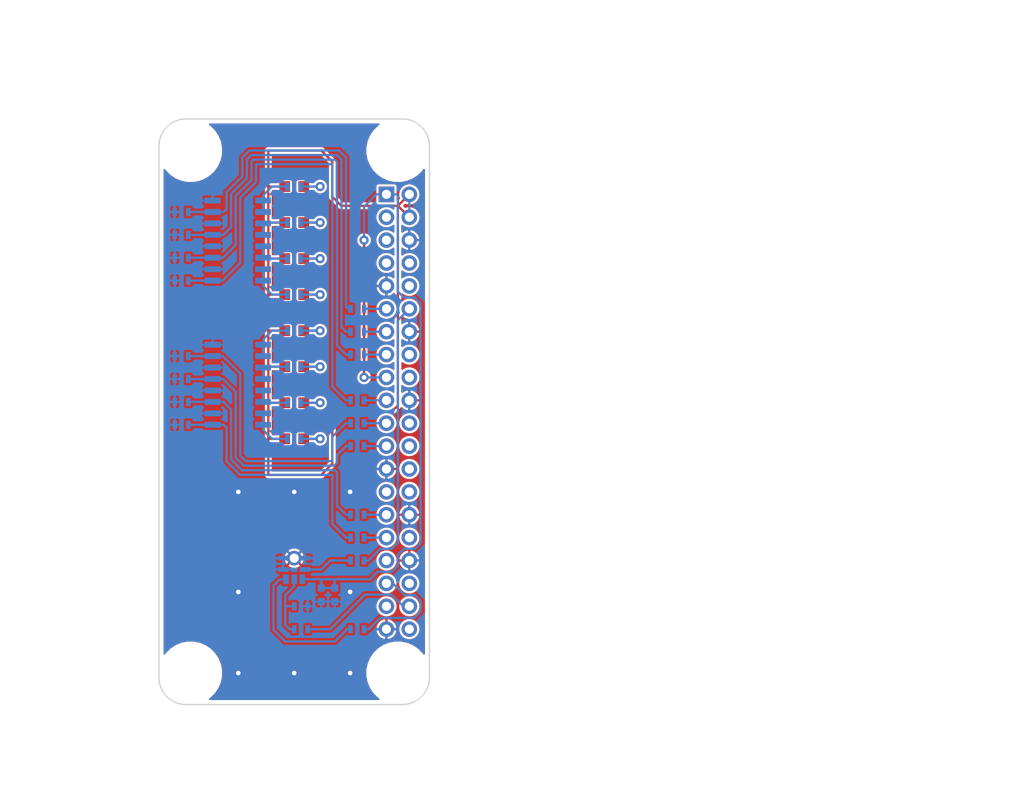
<source format=kicad_pcb>
(kicad_pcb (version 20170123) (host pcbnew "(2017-03-19 revision 2637835)-master")
  (title_block (title "RTEP Audio Spectrum Analyser") (date 2017-03-30) (rev 1.0.0) (company "Team 13") (comment 1 "Real Time Embedded Programming") (comment 2 "University of Glasgow"))
  (layers (0 F.Cu signal) (31 B.Cu signal) (34 B.Paste user) (35 F.Paste user) (36 B.SilkS user) (37 F.SilkS user) (38 B.Mask user) (39 F.Mask user) (44 Edge.Cuts user))
  (net 0 "")
  (net 1 +3V3)
  (net 2 GND)
  (net 3 "Net-(D1-PadC)")
  (net 4 +5V)
  (net 5 "Net-(D2-PadC)")
  (net 6 "Net-(D3-PadC)")
  (net 7 "Net-(D4-PadC)")
  (net 8 "Net-(D5-PadC)")
  (net 9 "Net-(D6-PadC)")
  (net 10 "Net-(D7-PadC)")
  (net 11 "Net-(D8-PadC)")
  (net 12 "Net-(MK1-PadDATA)")
  (net 13 /WS)
  (net 14 /BCLK)
  (net 15 "Net-(P1-Pad40)")
  (net 16 /DATA)
  (net 17 "Net-(P1-Pad37)")
  (net 18 "Net-(P1-Pad36)")
  (net 19 "Net-(P1-Pad35)")
  (net 20 "Net-(P1-Pad33)")
  (net 21 "Net-(P1-Pad32)")
  (net 22 /LED8)
  (net 23 /LED7)
  (net 24 "Net-(P1-Pad28)")
  (net 25 "Net-(P1-Pad27)")
  (net 26 "Net-(P1-Pad26)")
  (net 27 "Net-(P1-Pad24)")
  (net 28 /LED6)
  (net 29 "Net-(P1-Pad22)")
  (net 30 /LED5)
  (net 31 /LED4)
  (net 32 "Net-(P1-Pad18)")
  (net 33 "Net-(P1-Pad16)")
  (net 34 /LED3)
  (net 35 /LED2)
  (net 36 "Net-(P1-Pad12)")
  (net 37 /LED1)
  (net 38 "Net-(P1-Pad10)")
  (net 39 "Net-(P1-Pad08)")
  (net 40 "Net-(P1-Pad07)")
  (net 41 "Net-(P1-Pad05)")
  (net 42 "Net-(P1-Pad03)")
  (net 43 "Net-(Q1-PadAB)")
  (net 44 "Net-(Q1-PadBB)")
  (net 45 "Net-(Q1-PadCB)")
  (net 46 "Net-(Q1-PadDB)")
  (net 47 "Net-(Q1-PadDC1)")
  (net 48 "Net-(Q1-PadCC1)")
  (net 49 "Net-(Q1-PadBC1)")
  (net 50 "Net-(Q1-PadAC1)")
  (net 51 "Net-(Q2-PadAC1)")
  (net 52 "Net-(Q2-PadBC1)")
  (net 53 "Net-(Q2-PadCC1)")
  (net 54 "Net-(Q2-PadDC1)")
  (net 55 "Net-(Q2-PadDB)")
  (net 56 "Net-(Q2-PadCB)")
  (net 57 "Net-(Q2-PadBB)")
  (net 58 "Net-(Q2-PadAB)")
  (module STITCH (layer F.Cu) (at 146 123.5)
    (fp_text reference STITCH hide)
    (fp_text value VAL** hide)
    (pad "" thru_hole circle (at -3.7 -9.61) (size 1.016 1.016) (drill 0.508) (layers *.Cu) (net 2 GND))
  )
  (module STITCH (layer F.Cu) (at 146.5 132)
    (fp_text reference STITCH hide)
    (fp_text value VAL** hide)
    (pad "" thru_hole circle (at -4.2 -7) (size 1.016 1.016) (drill 0.508) (layers *.Cu) (net 2 GND))
  )
  (module STITCH (layer F.Cu) (at 146.5 134)
    (fp_text reference STITCH hide)
    (fp_text value VAL** hide)
    (pad "" thru_hole circle (at -4.2 0) (size 1.016 1.016) (drill 0.508) (layers *.Cu) (net 2 GND))
  )
  (module STITCH (layer F.Cu) (at 148.5 123.5)
    (fp_text reference STITCH hide)
    (fp_text value VAL** hide)
    (pad "" thru_hole circle (at 0 -9.61) (size 1.016 1.016) (drill 0.508) (layers *.Cu) (net 2 GND))
  )
  (module STITCH (layer F.Cu) (at 154.7 123.5)
    (fp_text reference STITCH hide)
    (fp_text value VAL** hide)
    (pad "" thru_hole circle (at 0 -9.61) (size 1.016 1.016) (drill 0.508) (layers *.Cu) (net 2 GND))
  )
  (module STITCH (layer F.Cu) (at 150.5 134)
    (fp_text reference STITCH hide)
    (fp_text value VAL** hide)
    (pad "" thru_hole circle (at 4.2 0) (size 1.016 1.016) (drill 0.508) (layers *.Cu) (net 2 GND))
  )
  (module STITCH (layer F.Cu) (at 148.5 134)
    (fp_text reference STITCH hide)
    (fp_text value VAL** hide)
    (pad "" thru_hole circle (at 0 0) (size 1.016 1.016) (drill 0.508) (layers *.Cu) (net 2 GND))
  )
  (module STITCH (layer F.Cu) (at 154.7 125)
    (fp_text reference STITCH hide)
    (fp_text value VAL** hide)
    (pad "" thru_hole circle (at 0 0) (size 1.016 1.016) (drill 0.508) (layers *.Cu) (net 2 GND))
  )
  (module VIAMASK (layer F.Cu) (at 151.373 108)
    (fp_text reference VIAMASK hide)
    (fp_text value VAL** hide)
  )
  (module VIAMASK (layer F.Cu) (at 151.373 104)
    (fp_text reference VIAMASK hide)
    (fp_text value VAL** hide)
  )
  (module VIAMASK (layer F.Cu) (at 151.373 100)
    (fp_text reference VIAMASK hide)
    (fp_text value VAL** hide)
  )
  (module VIAMASK (layer F.Cu) (at 151.373 96)
    (fp_text reference VIAMASK hide)
    (fp_text value VAL** hide)
  )
  (module VIAMASK (layer F.Cu) (at 151.373 92)
    (fp_text reference VIAMASK hide)
    (fp_text value VAL** hide)
  )
  (module VIAMASK (layer F.Cu) (at 151.373 88)
    (fp_text reference VIAMASK hide)
    (fp_text value VAL** hide)
  )
  (module VIAMASK (layer F.Cu) (at 151.373 84)
    (fp_text reference VIAMASK hide)
    (fp_text value VAL** hide)
  )
  (module VIAMASK (layer F.Cu) (at 151.373 80)
    (fp_text reference VIAMASK hide)
    (fp_text value VAL** hide)
  )
  (module OSRAM:CHIPLED-0805 (layer F.Cu) (at 148.5 80)
    (fp_text reference D1)
    (fp_text value LH-R974-LP-1 hide)
    (pad C smd rect (at 1.05 0) (size 1.2 1.2) (layers F.Cu F.Paste F.Mask) (net 3 "Net-(D1-PadC)"))
    (pad A smd rect (at -1.05 0) (size 1.2 1.2) (layers F.Cu F.Paste F.Mask) (net 4 +5V))
  )
  (module OSRAM:CHIPLED-0805 (layer F.Cu) (at 148.5 84)
    (fp_text reference D2)
    (fp_text value LY-R976-PS-36 hide)
    (pad C smd rect (at 1.05 0) (size 1.2 1.2) (layers F.Cu F.Paste F.Mask) (net 5 "Net-(D2-PadC)"))
    (pad A smd rect (at -1.05 0) (size 1.2 1.2) (layers F.Cu F.Paste F.Mask) (net 4 +5V))
  )
  (module OSRAM:CHIPLED-0805 (layer F.Cu) (at 148.5 88)
    (fp_text reference D3)
    (fp_text value LY-R976-PS-36 hide)
    (pad C smd rect (at 1.05 0) (size 1.2 1.2) (layers F.Cu F.Paste F.Mask) (net 6 "Net-(D3-PadC)"))
    (pad A smd rect (at -1.05 0) (size 1.2 1.2) (layers F.Cu F.Paste F.Mask) (net 4 +5V))
  )
  (module OSRAM:CHIPLED-0805 (layer F.Cu) (at 148.5 92)
    (fp_text reference D4)
    (fp_text value LG-R971-KN-1 hide)
    (pad C smd rect (at 1.05 0) (size 1.2 1.2) (layers F.Cu F.Paste F.Mask) (net 7 "Net-(D4-PadC)"))
    (pad A smd rect (at -1.05 0) (size 1.2 1.2) (layers F.Cu F.Paste F.Mask) (net 4 +5V))
  )
  (module OSRAM:CHIPLED-0805 (layer F.Cu) (at 148.5 96)
    (fp_text reference D5)
    (fp_text value LG-R971-KN-1 hide)
    (pad C smd rect (at 1.05 0) (size 1.2 1.2) (layers F.Cu F.Paste F.Mask) (net 8 "Net-(D5-PadC)"))
    (pad A smd rect (at -1.05 0) (size 1.2 1.2) (layers F.Cu F.Paste F.Mask) (net 4 +5V))
  )
  (module OSRAM:CHIPLED-0805 (layer F.Cu) (at 148.5 100)
    (fp_text reference D6)
    (fp_text value LG-R971-KN-1 hide)
    (pad C smd rect (at 1.05 0) (size 1.2 1.2) (layers F.Cu F.Paste F.Mask) (net 9 "Net-(D6-PadC)"))
    (pad A smd rect (at -1.05 0) (size 1.2 1.2) (layers F.Cu F.Paste F.Mask) (net 4 +5V))
  )
  (module OSRAM:CHIPLED-0805 (layer F.Cu) (at 148.5 104)
    (fp_text reference D7)
    (fp_text value LG-R971-KN-1 hide)
    (pad C smd rect (at 1.05 0) (size 1.2 1.2) (layers F.Cu F.Paste F.Mask) (net 10 "Net-(D7-PadC)"))
    (pad A smd rect (at -1.05 0) (size 1.2 1.2) (layers F.Cu F.Paste F.Mask) (net 4 +5V))
  )
  (module OSRAM:CHIPLED-0805 (layer F.Cu) (at 148.5 108)
    (fp_text reference D8)
    (fp_text value LG-R971-KN-1 hide)
    (pad C smd rect (at 1.05 0) (size 1.2 1.2) (layers F.Cu F.Paste F.Mask) (net 11 "Net-(D8-PadC)"))
    (pad A smd rect (at -1.05 0) (size 1.2 1.2) (layers F.Cu F.Paste F.Mask) (net 4 +5V))
  )
  (module GRAPHICS:BY (layer F.Cu) (at 137 105 270)
    (fp_text reference G*** hide)
    (fp_text value LOGO hide)
  )
  (module GRAPHICS:MICROPHONE (layer F.Cu) (at 148.5 123.25)
    (fp_text reference G*** hide)
    (fp_text value LOGO hide)
  )
  (module KNOWLES:SPH0645LM4H-B (layer B.Cu) (at 148.5 121.25)
    (fp_text reference MK1)
    (fp_text value SPH0645LM4H-B hide)
    (pad GND smd rect (at 1.2 0) (size 1.2 0.522) (layers B.Cu B.Paste B.Mask) (net 2 GND))
    (pad GND smd rect (at -1.2 0) (size 1.2 0.522) (layers B.Cu B.Paste B.Mask) (net 2 GND))
    (pad BCLK smd rect (at 1.2 1.252) (size 1.2 0.522) (layers B.Cu B.Paste B.Mask) (net 14 /BCLK))
    (pad SEL smd rect (at -1.2 1.252) (size 1.2 0.522) (layers B.Cu B.Paste B.Mask) (net 2 GND))
    (pad VDD smd rect (at 0.9 2.335) (size 0.6 1.044) (layers B.Cu B.Paste B.Mask) (net 1 +3V3))
    (pad WS smd rect (at -0.9 2.335) (size 0.6 1.044) (layers B.Cu B.Paste B.Mask) (net 13 /WS))
    (pad DATA smd rect (at 0 2.335) (size 0.6 1.044) (layers B.Cu B.Paste B.Mask) (net 12 "Net-(MK1-PadDATA)"))
    (pad GND thru_hole circle (at 0 0) (size 1.624 1.624) (drill 1.024) (layers *.Cu *.Mask) (net 2 GND))
  )
  (module FAIRCHILD:MMPQ3904 (layer B.Cu) (at 142.25 86 180)
    (fp_text reference Q1)
    (fp_text value MMPQ3904 hide)
    (pad AE smd rect (at 2.8 4.445 180) (size 1.75 0.65) (layers B.Cu B.Paste B.Mask) (net 2 GND))
    (pad AB smd rect (at 2.8 3.175 180) (size 1.75 0.65) (layers B.Cu B.Paste B.Mask) (net 43 "Net-(Q1-PadAB)"))
    (pad BE smd rect (at 2.8 1.905 180) (size 1.75 0.65) (layers B.Cu B.Paste B.Mask) (net 2 GND))
    (pad BB smd rect (at 2.8 0.635 180) (size 1.75 0.65) (layers B.Cu B.Paste B.Mask) (net 44 "Net-(Q1-PadBB)"))
    (pad CE smd rect (at 2.8 -0.635 180) (size 1.75 0.65) (layers B.Cu B.Paste B.Mask) (net 2 GND))
    (pad CB smd rect (at 2.8 -1.905 180) (size 1.75 0.65) (layers B.Cu B.Paste B.Mask) (net 45 "Net-(Q1-PadCB)"))
    (pad DE smd rect (at 2.8 -3.175 180) (size 1.75 0.65) (layers B.Cu B.Paste B.Mask) (net 2 GND))
    (pad DB smd rect (at 2.8 -4.445 180) (size 1.75 0.65) (layers B.Cu B.Paste B.Mask) (net 46 "Net-(Q1-PadDB)"))
    (pad DC2 smd rect (at -2.8 -4.445 180) (size 1.75 0.65) (layers B.Cu B.Paste B.Mask) (net 47 "Net-(Q1-PadDC1)"))
    (pad DC1 smd rect (at -2.8 -3.175 180) (size 1.75 0.65) (layers B.Cu B.Paste B.Mask) (net 47 "Net-(Q1-PadDC1)"))
    (pad CC2 smd rect (at -2.8 -1.905 180) (size 1.75 0.65) (layers B.Cu B.Paste B.Mask) (net 48 "Net-(Q1-PadCC1)"))
    (pad CC1 smd rect (at -2.8 -0.635 180) (size 1.75 0.65) (layers B.Cu B.Paste B.Mask) (net 48 "Net-(Q1-PadCC1)"))
    (pad BC2 smd rect (at -2.8 0.635 180) (size 1.75 0.65) (layers B.Cu B.Paste B.Mask) (net 49 "Net-(Q1-PadBC1)"))
    (pad BC1 smd rect (at -2.8 1.905 180) (size 1.75 0.65) (layers B.Cu B.Paste B.Mask) (net 49 "Net-(Q1-PadBC1)"))
    (pad AC2 smd rect (at -2.8 3.175 180) (size 1.75 0.65) (layers B.Cu B.Paste B.Mask) (net 50 "Net-(Q1-PadAC1)"))
    (pad AC1 smd rect (at -2.8 4.445 180) (size 1.75 0.65) (layers B.Cu B.Paste B.Mask) (net 50 "Net-(Q1-PadAC1)"))
  )
  (module FAIRCHILD:MMPQ3904 (layer B.Cu) (at 142.25 102 180)
    (fp_text reference Q2)
    (fp_text value MMPQ3904 hide)
    (pad AE smd rect (at 2.8 4.445 180) (size 1.75 0.65) (layers B.Cu B.Paste B.Mask) (net 2 GND))
    (pad AB smd rect (at 2.8 3.175 180) (size 1.75 0.65) (layers B.Cu B.Paste B.Mask) (net 58 "Net-(Q2-PadAB)"))
    (pad BE smd rect (at 2.8 1.905 180) (size 1.75 0.65) (layers B.Cu B.Paste B.Mask) (net 2 GND))
    (pad BB smd rect (at 2.8 0.635 180) (size 1.75 0.65) (layers B.Cu B.Paste B.Mask) (net 57 "Net-(Q2-PadBB)"))
    (pad CE smd rect (at 2.8 -0.635 180) (size 1.75 0.65) (layers B.Cu B.Paste B.Mask) (net 2 GND))
    (pad CB smd rect (at 2.8 -1.905 180) (size 1.75 0.65) (layers B.Cu B.Paste B.Mask) (net 56 "Net-(Q2-PadCB)"))
    (pad DE smd rect (at 2.8 -3.175 180) (size 1.75 0.65) (layers B.Cu B.Paste B.Mask) (net 2 GND))
    (pad DB smd rect (at 2.8 -4.445 180) (size 1.75 0.65) (layers B.Cu B.Paste B.Mask) (net 55 "Net-(Q2-PadDB)"))
    (pad DC2 smd rect (at -2.8 -4.445 180) (size 1.75 0.65) (layers B.Cu B.Paste B.Mask) (net 54 "Net-(Q2-PadDC1)"))
    (pad DC1 smd rect (at -2.8 -3.175 180) (size 1.75 0.65) (layers B.Cu B.Paste B.Mask) (net 54 "Net-(Q2-PadDC1)"))
    (pad CC2 smd rect (at -2.8 -1.905 180) (size 1.75 0.65) (layers B.Cu B.Paste B.Mask) (net 53 "Net-(Q2-PadCC1)"))
    (pad CC1 smd rect (at -2.8 -0.635 180) (size 1.75 0.65) (layers B.Cu B.Paste B.Mask) (net 53 "Net-(Q2-PadCC1)"))
    (pad BC2 smd rect (at -2.8 0.635 180) (size 1.75 0.65) (layers B.Cu B.Paste B.Mask) (net 52 "Net-(Q2-PadBC1)"))
    (pad BC1 smd rect (at -2.8 1.905 180) (size 1.75 0.65) (layers B.Cu B.Paste B.Mask) (net 52 "Net-(Q2-PadBC1)"))
    (pad AC2 smd rect (at -2.8 3.175 180) (size 1.75 0.65) (layers B.Cu B.Paste B.Mask) (net 51 "Net-(Q2-PadAC1)"))
    (pad AC1 smd rect (at -2.8 4.445 180) (size 1.75 0.65) (layers B.Cu B.Paste B.Mask) (net 51 "Net-(Q2-PadAC1)"))
  )
  (module PASSIVE:R-0603 (layer B.Cu) (at 155.5 93.57)
    (fp_text reference R1)
    (fp_text value 1kΩ hide)
    (pad 2 smd rect (at -0.75 0) (size 0.5 0.9) (layers B.Cu B.Paste B.Mask) (net 43 "Net-(Q1-PadAB)"))
    (pad 1 smd rect (at 0.75 0) (size 0.5 0.9) (layers B.Cu B.Paste B.Mask) (net 37 /LED1))
  )
  (module PASSIVE:R-0603 (layer B.Cu) (at 136 82.825 180)
    (fp_text reference R2)
    (fp_text value 10kΩ hide)
    (pad 2 smd rect (at -0.75 0 180) (size 0.5 0.9) (layers B.Cu B.Paste B.Mask) (net 43 "Net-(Q1-PadAB)"))
    (pad 1 smd rect (at 0.75 0 180) (size 0.5 0.9) (layers B.Cu B.Paste B.Mask) (net 2 GND))
  )
  (module PASSIVE:R-0603 (layer B.Cu) (at 148.5 80 180)
    (fp_text reference R3)
    (fp_text value 120Ω hide)
    (pad 2 smd rect (at -0.75 0 180) (size 0.5 0.9) (layers B.Cu B.Paste B.Mask) (net 3 "Net-(D1-PadC)"))
    (pad 1 smd rect (at 0.75 0 180) (size 0.5 0.9) (layers B.Cu B.Paste B.Mask) (net 50 "Net-(Q1-PadAC1)"))
  )
  (module PASSIVE:R-0603 (layer B.Cu) (at 155.5 96.11)
    (fp_text reference R4)
    (fp_text value 1kΩ hide)
    (pad 2 smd rect (at -0.75 0) (size 0.5 0.9) (layers B.Cu B.Paste B.Mask) (net 44 "Net-(Q1-PadBB)"))
    (pad 1 smd rect (at 0.75 0) (size 0.5 0.9) (layers B.Cu B.Paste B.Mask) (net 35 /LED2))
  )
  (module PASSIVE:R-0603 (layer B.Cu) (at 136 85.365 180)
    (fp_text reference R5)
    (fp_text value 10kΩ hide)
    (pad 2 smd rect (at -0.75 0 180) (size 0.5 0.9) (layers B.Cu B.Paste B.Mask) (net 44 "Net-(Q1-PadBB)"))
    (pad 1 smd rect (at 0.75 0 180) (size 0.5 0.9) (layers B.Cu B.Paste B.Mask) (net 2 GND))
  )
  (module PASSIVE:R-0603 (layer B.Cu) (at 148.5 84 180)
    (fp_text reference R6)
    (fp_text value 120Ω hide)
    (pad 2 smd rect (at -0.75 0 180) (size 0.5 0.9) (layers B.Cu B.Paste B.Mask) (net 5 "Net-(D2-PadC)"))
    (pad 1 smd rect (at 0.75 0 180) (size 0.5 0.9) (layers B.Cu B.Paste B.Mask) (net 49 "Net-(Q1-PadBC1)"))
  )
  (module PASSIVE:R-0603 (layer B.Cu) (at 155.5 98.65)
    (fp_text reference R7)
    (fp_text value 1kΩ hide)
    (pad 2 smd rect (at -0.75 0) (size 0.5 0.9) (layers B.Cu B.Paste B.Mask) (net 45 "Net-(Q1-PadCB)"))
    (pad 1 smd rect (at 0.75 0) (size 0.5 0.9) (layers B.Cu B.Paste B.Mask) (net 34 /LED3))
  )
  (module PASSIVE:R-0603 (layer B.Cu) (at 136 87.905 180)
    (fp_text reference R8)
    (fp_text value 10kΩ hide)
    (pad 2 smd rect (at -0.75 0 180) (size 0.5 0.9) (layers B.Cu B.Paste B.Mask) (net 45 "Net-(Q1-PadCB)"))
    (pad 1 smd rect (at 0.75 0 180) (size 0.5 0.9) (layers B.Cu B.Paste B.Mask) (net 2 GND))
  )
  (module PASSIVE:R-0603 (layer B.Cu) (at 148.5 88 180)
    (fp_text reference R9)
    (fp_text value 120Ω hide)
    (pad 2 smd rect (at -0.75 0 180) (size 0.5 0.9) (layers B.Cu B.Paste B.Mask) (net 6 "Net-(D3-PadC)"))
    (pad 1 smd rect (at 0.75 0 180) (size 0.5 0.9) (layers B.Cu B.Paste B.Mask) (net 48 "Net-(Q1-PadCC1)"))
  )
  (module PASSIVE:R-0603 (layer B.Cu) (at 155.5 103.73)
    (fp_text reference R10)
    (fp_text value 1kΩ hide)
    (pad 2 smd rect (at -0.75 0) (size 0.5 0.9) (layers B.Cu B.Paste B.Mask) (net 46 "Net-(Q1-PadDB)"))
    (pad 1 smd rect (at 0.75 0) (size 0.5 0.9) (layers B.Cu B.Paste B.Mask) (net 31 /LED4))
  )
  (module PASSIVE:R-0603 (layer B.Cu) (at 136 90.445 180)
    (fp_text reference R11)
    (fp_text value 10kΩ hide)
    (pad 2 smd rect (at -0.75 0 180) (size 0.5 0.9) (layers B.Cu B.Paste B.Mask) (net 46 "Net-(Q1-PadDB)"))
    (pad 1 smd rect (at 0.75 0 180) (size 0.5 0.9) (layers B.Cu B.Paste B.Mask) (net 2 GND))
  )
  (module PASSIVE:R-0603 (layer B.Cu) (at 148.5 92 180)
    (fp_text reference R12)
    (fp_text value 120Ω hide)
    (pad 2 smd rect (at -0.75 0 180) (size 0.5 0.9) (layers B.Cu B.Paste B.Mask) (net 7 "Net-(D4-PadC)"))
    (pad 1 smd rect (at 0.75 0 180) (size 0.5 0.9) (layers B.Cu B.Paste B.Mask) (net 47 "Net-(Q1-PadDC1)"))
  )
  (module PASSIVE:R-0603 (layer B.Cu) (at 155.5 106.27)
    (fp_text reference R13)
    (fp_text value 1kΩ hide)
    (pad 2 smd rect (at -0.75 0) (size 0.5 0.9) (layers B.Cu B.Paste B.Mask) (net 58 "Net-(Q2-PadAB)"))
    (pad 1 smd rect (at 0.75 0) (size 0.5 0.9) (layers B.Cu B.Paste B.Mask) (net 30 /LED5))
  )
  (module PASSIVE:R-0603 (layer B.Cu) (at 136 98.825 180)
    (fp_text reference R14)
    (fp_text value 10kΩ hide)
    (pad 2 smd rect (at -0.75 0 180) (size 0.5 0.9) (layers B.Cu B.Paste B.Mask) (net 58 "Net-(Q2-PadAB)"))
    (pad 1 smd rect (at 0.75 0 180) (size 0.5 0.9) (layers B.Cu B.Paste B.Mask) (net 2 GND))
  )
  (module PASSIVE:R-0603 (layer B.Cu) (at 148.5 96 180)
    (fp_text reference R15)
    (fp_text value 120Ω hide)
    (pad 2 smd rect (at -0.75 0 180) (size 0.5 0.9) (layers B.Cu B.Paste B.Mask) (net 8 "Net-(D5-PadC)"))
    (pad 1 smd rect (at 0.75 0 180) (size 0.5 0.9) (layers B.Cu B.Paste B.Mask) (net 51 "Net-(Q2-PadAC1)"))
  )
  (module PASSIVE:R-0603 (layer B.Cu) (at 155.5 108.81)
    (fp_text reference R16)
    (fp_text value 1kΩ hide)
    (pad 2 smd rect (at -0.75 0) (size 0.5 0.9) (layers B.Cu B.Paste B.Mask) (net 57 "Net-(Q2-PadBB)"))
    (pad 1 smd rect (at 0.75 0) (size 0.5 0.9) (layers B.Cu B.Paste B.Mask) (net 28 /LED6))
  )
  (module PASSIVE:R-0603 (layer B.Cu) (at 136 101.365 180)
    (fp_text reference R17)
    (fp_text value 10kΩ hide)
    (pad 2 smd rect (at -0.75 0 180) (size 0.5 0.9) (layers B.Cu B.Paste B.Mask) (net 57 "Net-(Q2-PadBB)"))
    (pad 1 smd rect (at 0.75 0 180) (size 0.5 0.9) (layers B.Cu B.Paste B.Mask) (net 2 GND))
  )
  (module PASSIVE:R-0603 (layer B.Cu) (at 148.5 100 180)
    (fp_text reference R18)
    (fp_text value 120Ω hide)
    (pad 2 smd rect (at -0.75 0 180) (size 0.5 0.9) (layers B.Cu B.Paste B.Mask) (net 9 "Net-(D6-PadC)"))
    (pad 1 smd rect (at 0.75 0 180) (size 0.5 0.9) (layers B.Cu B.Paste B.Mask) (net 52 "Net-(Q2-PadBC1)"))
  )
  (module PASSIVE:R-0603 (layer B.Cu) (at 155.5 116.43)
    (fp_text reference R19)
    (fp_text value 1kΩ hide)
    (pad 2 smd rect (at -0.75 0) (size 0.5 0.9) (layers B.Cu B.Paste B.Mask) (net 56 "Net-(Q2-PadCB)"))
    (pad 1 smd rect (at 0.75 0) (size 0.5 0.9) (layers B.Cu B.Paste B.Mask) (net 23 /LED7))
  )
  (module PASSIVE:R-0603 (layer B.Cu) (at 136 103.905 180)
    (fp_text reference R20)
    (fp_text value 10kΩ hide)
    (pad 2 smd rect (at -0.75 0 180) (size 0.5 0.9) (layers B.Cu B.Paste B.Mask) (net 56 "Net-(Q2-PadCB)"))
    (pad 1 smd rect (at 0.75 0 180) (size 0.5 0.9) (layers B.Cu B.Paste B.Mask) (net 2 GND))
  )
  (module PASSIVE:R-0603 (layer B.Cu) (at 148.5 104 180)
    (fp_text reference R21)
    (fp_text value 120Ω hide)
    (pad 2 smd rect (at -0.75 0 180) (size 0.5 0.9) (layers B.Cu B.Paste B.Mask) (net 10 "Net-(D7-PadC)"))
    (pad 1 smd rect (at 0.75 0 180) (size 0.5 0.9) (layers B.Cu B.Paste B.Mask) (net 53 "Net-(Q2-PadCC1)"))
  )
  (module PASSIVE:R-0603 (layer B.Cu) (at 155.5 118.97)
    (fp_text reference R22)
    (fp_text value 1kΩ hide)
    (pad 2 smd rect (at -0.75 0) (size 0.5 0.9) (layers B.Cu B.Paste B.Mask) (net 55 "Net-(Q2-PadDB)"))
    (pad 1 smd rect (at 0.75 0) (size 0.5 0.9) (layers B.Cu B.Paste B.Mask) (net 22 /LED8))
  )
  (module PASSIVE:R-0603 (layer B.Cu) (at 136 106.445 180)
    (fp_text reference R23)
    (fp_text value 10kΩ hide)
    (pad 2 smd rect (at -0.75 0 180) (size 0.5 0.9) (layers B.Cu B.Paste B.Mask) (net 55 "Net-(Q2-PadDB)"))
    (pad 1 smd rect (at 0.75 0 180) (size 0.5 0.9) (layers B.Cu B.Paste B.Mask) (net 2 GND))
  )
  (module PASSIVE:R-0603 (layer B.Cu) (at 148.5 108 180)
    (fp_text reference R24)
    (fp_text value 120Ω hide)
    (pad 2 smd rect (at -0.75 0 180) (size 0.5 0.9) (layers B.Cu B.Paste B.Mask) (net 11 "Net-(D8-PadC)"))
    (pad 1 smd rect (at 0.75 0 180) (size 0.5 0.9) (layers B.Cu B.Paste B.Mask) (net 54 "Net-(Q2-PadDC1)"))
  )
  (module PASSIVE:R-0603 (layer B.Cu) (at 155.5 121.51 180)
    (fp_text reference R25)
    (fp_text value 51Ω hide)
    (pad 2 smd rect (at -0.75 0 180) (size 0.5 0.9) (layers B.Cu B.Paste B.Mask) (net 36 "Net-(P1-Pad12)"))
    (pad 1 smd rect (at 0.75 0 180) (size 0.5 0.9) (layers B.Cu B.Paste B.Mask) (net 14 /BCLK))
  )
  (module PASSIVE:R-0603 (layer B.Cu) (at 155.5 129.13 180)
    (fp_text reference R26)
    (fp_text value 51Ω hide)
    (pad 2 smd rect (at -0.75 0 180) (size 0.5 0.9) (layers B.Cu B.Paste B.Mask) (net 19 "Net-(P1-Pad35)"))
    (pad 1 smd rect (at 0.75 0 180) (size 0.5 0.9) (layers B.Cu B.Paste B.Mask) (net 13 /WS))
  )
  (module PASSIVE:R-0603 (layer B.Cu) (at 149.25 129.13)
    (fp_text reference R27)
    (fp_text value 51Ω hide)
    (pad 2 smd rect (at -0.75 0) (size 0.5 0.9) (layers B.Cu B.Paste B.Mask) (net 12 "Net-(MK1-PadDATA)"))
    (pad 1 smd rect (at 0.75 0) (size 0.5 0.9) (layers B.Cu B.Paste B.Mask) (net 16 /DATA))
  )
  (module PASSIVE:R-0603 (layer B.Cu) (at 149.25 126.59)
    (fp_text reference R28)
    (fp_text value 100kΩ hide)
    (pad 2 smd rect (at -0.75 0) (size 0.5 0.9) (layers B.Cu B.Paste B.Mask) (net 12 "Net-(MK1-PadDATA)"))
    (pad 1 smd rect (at 0.75 0) (size 0.5 0.9) (layers B.Cu B.Paste B.Mask) (net 2 GND))
  )
  (module MOUNTING-HOLE (layer F.Cu) (at 160 134)
    (fp_text reference MOUNTING-HOLE hide)
    (fp_text value "" hide)
    (pad "" np_thru_hole circle (at 0 0) (size 2.75 2.75) (drill 2.75) (layers *.Cu *.Mask))
  )
  (module MOUNTING-HOLE (layer F.Cu) (at 137 134)
    (fp_text reference MOUNTING-HOLE hide)
    (fp_text value "" hide)
    (pad "" np_thru_hole circle (at 0 0) (size 2.75 2.75) (drill 2.75) (layers *.Cu *.Mask))
  )
  (module MOUNTING-HOLE (layer F.Cu) (at 137 76)
    (fp_text reference MOUNTING-HOLE hide)
    (fp_text value "" hide)
    (pad "" np_thru_hole circle (at 0 0) (size 2.75 2.75) (drill 2.75) (layers *.Cu *.Mask))
  )
  (module MOUNTING-HOLE (layer F.Cu) (at 160 76)
    (fp_text reference MOUNTING-HOLE hide)
    (fp_text value "" hide)
    (pad "" np_thru_hole circle (at 0 0) (size 2.75 2.75) (drill 2.75) (layers *.Cu *.Mask))
  )
  (module PASSIVE:C-0603 (layer B.Cu) (at 153 125.32 270)
    (fp_text reference C1)
    (fp_text value 200pF hide)
    (pad 1 smd rect (at -0.75 0 270) (size 0.8 0.75) (layers B.Cu B.Paste B.Mask) (net 1 +3V3))
    (pad 2 smd rect (at 0.75 0 270) (size 0.8 0.75) (layers B.Cu B.Paste B.Mask) (net 2 GND))
  )
  (module PASSIVE:C-0603 (layer B.Cu) (at 151.5 125.32 270)
    (fp_text reference C2)
    (fp_text value 0.1µF hide)
    (pad 2 smd rect (at 0.75 0 270) (size 0.8 0.75) (layers B.Cu B.Paste B.Mask) (net 2 GND))
    (pad 1 smd rect (at -0.75 0 270) (size 0.8 0.75) (layers B.Cu B.Paste B.Mask) (net 1 +3V3))
  )
  (module RASPBERRY-PI:GPIO (layer F.Cu) (at 160 105)
    (fp_text reference P1 hide)
    (fp_text value "RASPBERRY PI GPIO" hide)
    (pad 40 thru_hole oval (at 1.27 24.13) (size 1.7272 1.7272) (drill 1.016) (layers *.Cu *.Mask) (net 15 "Net-(P1-Pad40)"))
    (pad 39 thru_hole oval (at -1.27 24.13) (size 1.7272 1.7272) (drill 1.016) (layers *.Cu *.Mask) (net 2 GND))
    (pad 38 thru_hole oval (at 1.27 21.59) (size 1.7272 1.7272) (drill 1.016) (layers *.Cu *.Mask) (net 16 /DATA))
    (pad 37 thru_hole oval (at -1.27 21.59) (size 1.7272 1.7272) (drill 1.016) (layers *.Cu *.Mask) (net 17 "Net-(P1-Pad37)"))
    (pad 36 thru_hole oval (at 1.27 19.05) (size 1.7272 1.7272) (drill 1.016) (layers *.Cu *.Mask) (net 18 "Net-(P1-Pad36)"))
    (pad 35 thru_hole oval (at -1.27 19.05) (size 1.7272 1.7272) (drill 1.016) (layers *.Cu *.Mask) (net 19 "Net-(P1-Pad35)"))
    (pad 34 thru_hole oval (at 1.27 16.51) (size 1.7272 1.7272) (drill 1.016) (layers *.Cu *.Mask) (net 2 GND))
    (pad 33 thru_hole oval (at -1.27 16.51) (size 1.7272 1.7272) (drill 1.016) (layers *.Cu *.Mask) (net 20 "Net-(P1-Pad33)"))
    (pad 32 thru_hole oval (at 1.27 13.97) (size 1.7272 1.7272) (drill 1.016) (layers *.Cu *.Mask) (net 21 "Net-(P1-Pad32)"))
    (pad 31 thru_hole oval (at -1.27 13.97) (size 1.7272 1.7272) (drill 1.016) (layers *.Cu *.Mask) (net 22 /LED8))
    (pad 30 thru_hole oval (at 1.27 11.43) (size 1.7272 1.7272) (drill 1.016) (layers *.Cu *.Mask) (net 2 GND))
    (pad 29 thru_hole oval (at -1.27 11.43) (size 1.7272 1.7272) (drill 1.016) (layers *.Cu *.Mask) (net 23 /LED7))
    (pad 28 thru_hole oval (at 1.27 8.89) (size 1.7272 1.7272) (drill 1.016) (layers *.Cu *.Mask) (net 24 "Net-(P1-Pad28)"))
    (pad 27 thru_hole oval (at -1.27 8.89) (size 1.7272 1.7272) (drill 1.016) (layers *.Cu *.Mask) (net 25 "Net-(P1-Pad27)"))
    (pad 26 thru_hole oval (at 1.27 6.35) (size 1.7272 1.7272) (drill 1.016) (layers *.Cu *.Mask) (net 26 "Net-(P1-Pad26)"))
    (pad 25 thru_hole oval (at -1.27 6.35) (size 1.7272 1.7272) (drill 1.016) (layers *.Cu *.Mask) (net 2 GND))
    (pad 24 thru_hole oval (at 1.27 3.81) (size 1.7272 1.7272) (drill 1.016) (layers *.Cu *.Mask) (net 27 "Net-(P1-Pad24)"))
    (pad 23 thru_hole oval (at -1.27 3.81) (size 1.7272 1.7272) (drill 1.016) (layers *.Cu *.Mask) (net 28 /LED6))
    (pad 22 thru_hole oval (at 1.27 1.27) (size 1.7272 1.7272) (drill 1.016) (layers *.Cu *.Mask) (net 29 "Net-(P1-Pad22)"))
    (pad 21 thru_hole oval (at -1.27 1.27) (size 1.7272 1.7272) (drill 1.016) (layers *.Cu *.Mask) (net 30 /LED5))
    (pad 20 thru_hole oval (at 1.27 -1.27) (size 1.7272 1.7272) (drill 1.016) (layers *.Cu *.Mask) (net 2 GND))
    (pad 19 thru_hole oval (at -1.27 -1.27) (size 1.7272 1.7272) (drill 1.016) (layers *.Cu *.Mask) (net 31 /LED4))
    (pad 18 thru_hole oval (at 1.27 -3.81) (size 1.7272 1.7272) (drill 1.016) (layers *.Cu *.Mask) (net 32 "Net-(P1-Pad18)"))
    (pad 17 thru_hole oval (at -1.27 -3.81) (size 1.7272 1.7272) (drill 1.016) (layers *.Cu *.Mask) (net 1 +3V3))
    (pad 16 thru_hole oval (at 1.27 -6.35) (size 1.7272 1.7272) (drill 1.016) (layers *.Cu *.Mask) (net 33 "Net-(P1-Pad16)"))
    (pad 15 thru_hole oval (at -1.27 -6.35) (size 1.7272 1.7272) (drill 1.016) (layers *.Cu *.Mask) (net 34 /LED3))
    (pad 14 thru_hole oval (at 1.27 -8.89) (size 1.7272 1.7272) (drill 1.016) (layers *.Cu *.Mask) (net 2 GND))
    (pad 13 thru_hole oval (at -1.27 -8.89) (size 1.7272 1.7272) (drill 1.016) (layers *.Cu *.Mask) (net 35 /LED2))
    (pad 12 thru_hole oval (at 1.27 -11.43) (size 1.7272 1.7272) (drill 1.016) (layers *.Cu *.Mask) (net 36 "Net-(P1-Pad12)"))
    (pad 11 thru_hole oval (at -1.27 -11.43) (size 1.7272 1.7272) (drill 1.016) (layers *.Cu *.Mask) (net 37 /LED1))
    (pad 10 thru_hole oval (at 1.27 -13.97) (size 1.7272 1.7272) (drill 1.016) (layers *.Cu *.Mask) (net 38 "Net-(P1-Pad10)"))
    (pad 09 thru_hole oval (at -1.27 -13.97) (size 1.7272 1.7272) (drill 1.016) (layers *.Cu *.Mask) (net 2 GND))
    (pad 08 thru_hole oval (at 1.27 -16.51) (size 1.7272 1.7272) (drill 1.016) (layers *.Cu *.Mask) (net 39 "Net-(P1-Pad08)"))
    (pad 07 thru_hole oval (at -1.27 -16.51) (size 1.7272 1.7272) (drill 1.016) (layers *.Cu *.Mask) (net 40 "Net-(P1-Pad07)"))
    (pad 06 thru_hole oval (at 1.27 -19.05) (size 1.7272 1.7272) (drill 1.016) (layers *.Cu *.Mask) (net 2 GND))
    (pad 05 thru_hole oval (at -1.27 -19.05) (size 1.7272 1.7272) (drill 1.016) (layers *.Cu *.Mask) (net 41 "Net-(P1-Pad05)"))
    (pad 04 thru_hole oval (at 1.27 -21.59) (size 1.7272 1.7272) (drill 1.016) (layers *.Cu *.Mask) (net 4 +5V))
    (pad 03 thru_hole oval (at -1.27 -21.59) (size 1.7272 1.7272) (drill 1.016) (layers *.Cu *.Mask) (net 42 "Net-(P1-Pad03)"))
    (pad 02 thru_hole oval (at 1.27 -24.13) (size 1.7272 1.7272) (drill 1.016) (layers *.Cu *.Mask) (net 4 +5V))
    (pad 01 thru_hole rect (at -1.27 -24.13) (size 1.7272 1.7272) (drill 1.016) (layers *.Cu *.Mask) (net 1 +3V3))
  )
  (target plus (at 160 134) (size 2.032) (width 0.254) (layer B.Cu))
  (target plus (at 137 134) (size 2.032) (width 0.254) (layer B.Cu))
  (target plus (at 160 76) (size 2.032) (width 0.254) (layer B.Cu))
  (target plus (at 137 76) (size 2.032) (width 0.254) (layer B.Cu))
  (target plus (at 160 134) (size 2.032) (width 0.254) (layer F.Cu))
  (target plus (at 137 134) (size 2.032) (width 0.254) (layer F.Cu))
  (target plus (at 160 76) (size 2.032) (width 0.254) (layer F.Cu))
  (target plus (at 137 76) (size 2.032) (width 0.254) (layer F.Cu))
  (gr_arc (start 160.5 134.5) (end 160.5 137.5) (angle -90) (layer Edge.Cuts) (width 0.15))
  (gr_arc (start 136.5 134.5) (end 133.5 134.5) (angle -90) (layer Edge.Cuts) (width 0.15))
  (gr_arc (start 136.5 75.5) (end 136.5 72.5) (angle -90) (layer Edge.Cuts) (width 0.15))
  (gr_arc (start 160.5 75.5) (end 163.5 75.5) (angle -90) (layer Edge.Cuts) (width 0.15))
  (gr_line (start 136.5 137.5) (end 160.5 137.5) (layer Edge.Cuts) (width 0.15))
  (gr_line (start 133.5 75.5) (end 133.5 134.5) (layer Edge.Cuts) (width 0.15))
  (gr_line (start 136.5 72.5) (end 160.5 72.5) (layer Edge.Cuts) (width 0.15))
  (gr_line (start 163.5 75.5) (end 163.5 134.5) (layer Edge.Cuts) (width 0.15))
  (segment (start 156.25 85.95) (end 156.25 101.19) (width 0.254) (layer F.Cu) (net 1))
  (segment (start 153 124.57) (end 151.5 124.57) (width 0.254) (layer B.Cu) (net 1))
  (segment (start 149.4 123.585) (end 151.5 123.585) (width 0.254) (layer B.Cu) (net 1))
  (segment (start 151.5 123.585) (end 153 123.585) (width 0.254) (layer B.Cu) (net 1))
  (segment (start 151.5 124.57) (end 151.5 123.585) (width 0.254) (layer B.Cu) (net 1))
  (segment (start 153 123.585) (end 156.915 123.585) (width 0.254) (layer B.Cu) (net 1))
  (segment (start 153 124.57) (end 153 123.585) (width 0.254) (layer B.Cu) (net 1))
  (segment (start 156.915 123.585) (end 157.745399 122.754601) (width 0.254) (layer B.Cu) (net 1))
  (segment (start 158.73 80.87) (end 159.8476 80.87) (width 0.254) (layer B.Cu) (net 1))
  (segment (start 159.8476 80.87) (end 160 81.0224) (width 0.254) (layer B.Cu) (net 1))
  (segment (start 160 81.0224) (end 160 91.652808) (width 0.254) (layer B.Cu) (net 1))
  (segment (start 160 91.652808) (end 160.672591 92.325399) (width 0.254) (layer B.Cu) (net 1))
  (segment (start 160.672591 92.325399) (end 161.867409 92.325399) (width 0.254) (layer B.Cu) (net 1))
  (segment (start 161.867409 92.325399) (end 162.514601 92.972591) (width 0.254) (layer B.Cu) (net 1))
  (segment (start 162.514601 92.972591) (end 162.514601 119.567409) (width 0.254) (layer B.Cu) (net 1))
  (segment (start 162.514601 119.567409) (end 161.867409 120.214601) (width 0.254) (layer B.Cu) (net 1))
  (segment (start 161.867409 120.214601) (end 160.672591 120.214601) (width 0.254) (layer B.Cu) (net 1))
  (segment (start 160.672591 120.214601) (end 160 120.887192) (width 0.254) (layer B.Cu) (net 1))
  (segment (start 160 120.887192) (end 160 122.08201) (width 0.254) (layer B.Cu) (net 1))
  (segment (start 160 122.08201) (end 159.327409 122.754601) (width 0.254) (layer B.Cu) (net 1))
  (segment (start 159.327409 122.754601) (end 157.745399 122.754601) (width 0.254) (layer B.Cu) (net 1))
  (segment (start 158.73 80.87) (end 157.6124 80.87) (width 0.254) (layer B.Cu) (net 1))
  (segment (start 157.6124 80.87) (end 156.25 82.2324) (width 0.254) (layer B.Cu) (net 1))
  (segment (start 156.25 82.2324) (end 156.25 85.95) (width 0.254) (layer B.Cu) (net 1))
  (via (at 156.25 85.95) (size 1.016) (drill 0.508) (layers F.Cu B.Cu) (net 1))
  (segment (start 156.25 101.19) (end 158.73 101.19) (width 0.254) (layer B.Cu) (net 1))
  (via (at 156.25 101.19) (size 1.016) (drill 0.508) (layers F.Cu B.Cu) (net 1))
  (segment (start 149.55 80) (end 151.373 80) (width 0.254) (layer F.Cu) (net 3))
  (segment (start 151.373 80) (end 149.25 80) (width 0.254) (layer B.Cu) (net 3))
  (via (at 151.373 80) (size 1.016) (drill 0.508) (layers F.Cu B.Cu) (net 3))
  (segment (start 160 82.14) (end 160 104.30201) (width 0.254) (layer F.Cu) (net 4))
  (segment (start 159.30201 105) (end 153.72997 105) (width 0.254) (layer F.Cu) (net 4))
  (segment (start 153.72997 105) (end 152.72997 106) (width 0.254) (layer F.Cu) (net 4))
  (segment (start 160 104.30201) (end 159.30201 105) (width 0.254) (layer F.Cu) (net 4))
  (segment (start 152.72997 106) (end 152.72997 110.77003) (width 0.254) (layer F.Cu) (net 4))
  (segment (start 145.627 112) (end 145.627 108) (width 0.254) (layer F.Cu) (net 4))
  (segment (start 152.72997 110.77003) (end 151.5 112) (width 0.254) (layer F.Cu) (net 4))
  (segment (start 151.5 112) (end 145.627 112) (width 0.254) (layer F.Cu) (net 4))
  (segment (start 145.627 80) (end 145.627 76) (width 0.254) (layer F.Cu) (net 4))
  (segment (start 151.5 76) (end 145.627 76) (width 0.254) (layer F.Cu) (net 4))
  (segment (start 152.72997 77.22997) (end 152.72997 81.14) (width 0.254) (layer F.Cu) (net 4))
  (segment (start 152.72997 81.14) (end 153.72997 82.14) (width 0.254) (layer F.Cu) (net 4))
  (segment (start 152.72997 77.22997) (end 151.5 76) (width 0.254) (layer F.Cu) (net 4))
  (segment (start 160 82.14) (end 153.72997 82.14) (width 0.254) (layer F.Cu) (net 4))
  (segment (start 145.627 108) (end 145.627 104) (width 0.254) (layer F.Cu) (net 4))
  (segment (start 147.45 108) (end 145.627 108) (width 0.254) (layer F.Cu) (net 4))
  (segment (start 145.627 104) (end 145.627 100) (width 0.254) (layer F.Cu) (net 4))
  (segment (start 147.45 104) (end 145.627 104) (width 0.254) (layer F.Cu) (net 4))
  (segment (start 147.45 100) (end 145.627 100) (width 0.254) (layer F.Cu) (net 4))
  (segment (start 145.627 100) (end 145.627 96) (width 0.254) (layer F.Cu) (net 4))
  (segment (start 147.45 96) (end 145.627 96) (width 0.254) (layer F.Cu) (net 4))
  (segment (start 145.627 96) (end 145.627 92) (width 0.254) (layer F.Cu) (net 4))
  (segment (start 145.627 92) (end 145.627 88) (width 0.254) (layer F.Cu) (net 4))
  (segment (start 147.45 92) (end 145.627 92) (width 0.254) (layer F.Cu) (net 4))
  (segment (start 145.627 88) (end 145.627 84) (width 0.254) (layer F.Cu) (net 4))
  (segment (start 147.45 88) (end 145.627 88) (width 0.254) (layer F.Cu) (net 4))
  (segment (start 145.627 84) (end 145.627 80) (width 0.254) (layer F.Cu) (net 4))
  (segment (start 147.45 84) (end 145.627 84) (width 0.254) (layer F.Cu) (net 4))
  (segment (start 147.45 80) (end 145.627 80) (width 0.254) (layer F.Cu) (net 4))
  (segment (start 161.27 83.41) (end 160 82.14) (width 0.254) (layer F.Cu) (net 4))
  (segment (start 160 82.14) (end 161.27 80.87) (width 0.254) (layer F.Cu) (net 4))
  (segment (start 161.27 80.87) (end 161.27 83.41) (width 0.254) (layer B.Cu) (net 4))
  (segment (start 149.55 84) (end 151.373 84) (width 0.254) (layer F.Cu) (net 5))
  (segment (start 151.373 84) (end 149.25 84) (width 0.254) (layer B.Cu) (net 5))
  (via (at 151.373 84) (size 1.016) (drill 0.508) (layers F.Cu B.Cu) (net 5))
  (segment (start 149.55 88) (end 151.373 88) (width 0.254) (layer F.Cu) (net 6))
  (segment (start 151.373 88) (end 149.25 88) (width 0.254) (layer B.Cu) (net 6))
  (via (at 151.373 88) (size 1.016) (drill 0.508) (layers F.Cu B.Cu) (net 6))
  (segment (start 149.55 92) (end 151.373 92) (width 0.254) (layer F.Cu) (net 7))
  (segment (start 151.373 92) (end 149.25 92) (width 0.254) (layer B.Cu) (net 7))
  (via (at 151.373 92) (size 1.016) (drill 0.508) (layers F.Cu B.Cu) (net 7))
  (segment (start 149.55 96) (end 151.373 96) (width 0.254) (layer F.Cu) (net 8))
  (segment (start 151.373 96) (end 149.25 96) (width 0.254) (layer B.Cu) (net 8))
  (via (at 151.373 96) (size 1.016) (drill 0.508) (layers F.Cu B.Cu) (net 8))
  (segment (start 149.55 100) (end 151.373 100) (width 0.254) (layer F.Cu) (net 9))
  (segment (start 151.373 100) (end 149.25 100) (width 0.254) (layer B.Cu) (net 9))
  (via (at 151.373 100) (size 1.016) (drill 0.508) (layers F.Cu B.Cu) (net 9))
  (segment (start 149.55 104) (end 151.373 104) (width 0.254) (layer F.Cu) (net 10))
  (segment (start 151.373 104) (end 149.25 104) (width 0.254) (layer B.Cu) (net 10))
  (via (at 151.373 104) (size 1.016) (drill 0.508) (layers F.Cu B.Cu) (net 10))
  (segment (start 149.55 108) (end 151.373 108) (width 0.254) (layer F.Cu) (net 11))
  (segment (start 151.373 108) (end 149.25 108) (width 0.254) (layer B.Cu) (net 11))
  (via (at 151.373 108) (size 1.016) (drill 0.508) (layers F.Cu B.Cu) (net 11))
  (segment (start 147.5 125.361) (end 147.5 126.59) (width 0.254) (layer B.Cu) (net 12))
  (segment (start 147.5 126.59) (end 147.5 128.634) (width 0.254) (layer B.Cu) (net 12))
  (segment (start 148.5 126.59) (end 147.5 126.59) (width 0.254) (layer B.Cu) (net 12))
  (segment (start 148.5 123.585) (end 148.5 124.361) (width 0.254) (layer B.Cu) (net 12))
  (segment (start 148.5 124.361) (end 147.5 125.361) (width 0.254) (layer B.Cu) (net 12))
  (segment (start 147.5 128.634) (end 147.996 129.13) (width 0.254) (layer B.Cu) (net 12))
  (segment (start 147.996 129.13) (end 148.5 129.13) (width 0.254) (layer B.Cu) (net 12))
  (segment (start 147.6 123.585) (end 146.915 123.585) (width 0.254) (layer B.Cu) (net 13))
  (segment (start 146.915 123.585) (end 146.2 124.3) (width 0.254) (layer B.Cu) (net 13))
  (segment (start 146.2 124.3) (end 146.2 129.2) (width 0.254) (layer B.Cu) (net 13))
  (segment (start 146.2 129.2) (end 147.5 130.5) (width 0.254) (layer B.Cu) (net 13))
  (segment (start 147.5 130.5) (end 153 130.5) (width 0.254) (layer B.Cu) (net 13))
  (segment (start 153 130.5) (end 154.37 129.13) (width 0.254) (layer B.Cu) (net 13))
  (segment (start 154.37 129.13) (end 154.75 129.13) (width 0.254) (layer B.Cu) (net 13))
  (segment (start 149.7 122.502) (end 151.498 122.502) (width 0.254) (layer B.Cu) (net 14))
  (segment (start 151.498 122.502) (end 152.49 121.51) (width 0.254) (layer B.Cu) (net 14))
  (segment (start 152.49 121.51) (end 154.75 121.51) (width 0.254) (layer B.Cu) (net 14))
  (segment (start 161.27 126.59) (end 160.59 126.59) (width 0.254) (layer B.Cu) (net 16))
  (segment (start 160.59 126.59) (end 159.294601 125.294601) (width 0.254) (layer B.Cu) (net 16))
  (segment (start 159.294601 125.294601) (end 156.355399 125.294601) (width 0.254) (layer B.Cu) (net 16))
  (segment (start 156.355399 125.294601) (end 152.52 129.13) (width 0.254) (layer B.Cu) (net 16))
  (segment (start 152.52 129.13) (end 150 129.13) (width 0.254) (layer B.Cu) (net 16))
  (segment (start 158.73 124.05) (end 159.448434 124.05) (width 0.254) (layer B.Cu) (net 19))
  (segment (start 159.448434 124.05) (end 160.743833 125.345399) (width 0.254) (layer B.Cu) (net 19))
  (segment (start 160.743833 125.345399) (end 161.867409 125.345399) (width 0.254) (layer B.Cu) (net 19))
  (segment (start 161.867409 125.345399) (end 162.514601 125.992591) (width 0.254) (layer B.Cu) (net 19))
  (segment (start 162.514601 125.992591) (end 162.514601 127.187409) (width 0.254) (layer B.Cu) (net 19))
  (segment (start 162.514601 127.187409) (end 161.816611 127.885399) (width 0.254) (layer B.Cu) (net 19))
  (segment (start 161.816611 127.885399) (end 158.014601 127.885399) (width 0.254) (layer B.Cu) (net 19))
  (segment (start 158.014601 127.885399) (end 156.77 129.13) (width 0.254) (layer B.Cu) (net 19))
  (segment (start 156.77 129.13) (end 156.25 129.13) (width 0.254) (layer B.Cu) (net 19))
  (segment (start 158.73 118.97) (end 156.25 118.97) (width 0.254) (layer B.Cu) (net 22))
  (segment (start 158.73 116.43) (end 156.25 116.43) (width 0.254) (layer B.Cu) (net 23))
  (segment (start 158.73 108.81) (end 156.25 108.81) (width 0.254) (layer B.Cu) (net 28))
  (segment (start 158.73 106.27) (end 156.25 106.27) (width 0.254) (layer B.Cu) (net 30))
  (segment (start 158.73 103.73) (end 156.25 103.73) (width 0.254) (layer B.Cu) (net 31))
  (segment (start 158.73 98.65) (end 156.25 98.65) (width 0.254) (layer B.Cu) (net 34))
  (segment (start 158.73 96.11) (end 156.25 96.11) (width 0.254) (layer B.Cu) (net 35))
  (segment (start 156.754 121.51) (end 156.25 121.51) (width 0.254) (layer B.Cu) (net 36))
  (segment (start 158.049399 120.214601) (end 156.754 121.51) (width 0.254) (layer B.Cu) (net 36))
  (segment (start 159.327409 120.214601) (end 158.049399 120.214601) (width 0.254) (layer B.Cu) (net 36))
  (segment (start 160 119.54201) (end 159.327409 120.214601) (width 0.254) (layer B.Cu) (net 36))
  (segment (start 160 94.84) (end 160 119.54201) (width 0.254) (layer B.Cu) (net 36))
  (segment (start 161.27 93.57) (end 160 94.84) (width 0.254) (layer B.Cu) (net 36))
  (segment (start 158.73 93.57) (end 156.25 93.57) (width 0.254) (layer B.Cu) (net 37))
  (segment (start 140.991991 82.508009) (end 140.991991 80.622737) (width 0.254) (layer B.Cu) (net 43))
  (segment (start 139.45 82.825) (end 140.675 82.825) (width 0.254) (layer B.Cu) (net 43))
  (segment (start 140.675 82.825) (end 140.991991 82.508009) (width 0.254) (layer B.Cu) (net 43))
  (segment (start 142.746 76.789576) (end 143.535576 76) (width 0.254) (layer B.Cu) (net 43))
  (segment (start 143.535576 76) (end 153.464424 76) (width 0.254) (layer B.Cu) (net 43))
  (segment (start 153.464424 76) (end 154.254 76.789576) (width 0.254) (layer B.Cu) (net 43))
  (segment (start 140.991991 80.622737) (end 142.746 78.868728) (width 0.254) (layer B.Cu) (net 43))
  (segment (start 142.746 78.868728) (end 142.746 76.789576) (width 0.254) (layer B.Cu) (net 43))
  (segment (start 154.254 76.789576) (end 154.254 93.324) (width 0.254) (layer B.Cu) (net 43))
  (segment (start 154.254 93.324) (end 154.5 93.57) (width 0.254) (layer B.Cu) (net 43))
  (segment (start 154.5 93.57) (end 154.75 93.57) (width 0.254) (layer B.Cu) (net 43))
  (segment (start 139.45 82.825) (end 136.75 82.825) (width 0.254) (layer B.Cu) (net 43))
  (segment (start 141.500001 84.499999) (end 141.500001 80.833161) (width 0.254) (layer B.Cu) (net 44))
  (segment (start 154.75 96.11) (end 154.246 96.11) (width 0.254) (layer B.Cu) (net 44))
  (segment (start 153.74599 95.60999) (end 153.74599 77) (width 0.254) (layer B.Cu) (net 44))
  (segment (start 143.746 76.50801) (end 143.25401 77) (width 0.254) (layer B.Cu) (net 44))
  (segment (start 154.246 96.11) (end 153.74599 95.60999) (width 0.254) (layer B.Cu) (net 44))
  (segment (start 153.74599 77) (end 153.254 76.50801) (width 0.254) (layer B.Cu) (net 44))
  (segment (start 153.254 76.50801) (end 143.746 76.50801) (width 0.254) (layer B.Cu) (net 44))
  (segment (start 143.25401 77) (end 143.25401 79.079152) (width 0.254) (layer B.Cu) (net 44))
  (segment (start 143.25401 79.079152) (end 141.500001 80.833161) (width 0.254) (layer B.Cu) (net 44))
  (segment (start 141.500001 84.499999) (end 140.635 85.365) (width 0.254) (layer B.Cu) (net 44))
  (segment (start 140.635 85.365) (end 139.45 85.365) (width 0.254) (layer B.Cu) (net 44))
  (segment (start 139.45 85.365) (end 136.75 85.365) (width 0.254) (layer B.Cu) (net 44))
  (segment (start 139.45 85.365) (end 138.9 85.365) (width 0.254) (layer B.Cu) (net 44))
  (segment (start 139.45 87.905) (end 140.595 87.905) (width 0.254) (layer B.Cu) (net 45))
  (segment (start 140.595 87.905) (end 142.008011 86.491989) (width 0.254) (layer B.Cu) (net 45))
  (segment (start 143.76202 77.23798) (end 143.98398 77.01602) (width 0.254) (layer B.Cu) (net 45))
  (segment (start 143.98398 77.01602) (end 153.01602 77.01602) (width 0.254) (layer B.Cu) (net 45))
  (segment (start 153.01602 77.01602) (end 153.23798 77.23798) (width 0.254) (layer B.Cu) (net 45))
  (segment (start 142.008011 86.491989) (end 142.008011 81.043585) (width 0.254) (layer B.Cu) (net 45))
  (segment (start 142.008011 81.043585) (end 143.76202 79.289576) (width 0.254) (layer B.Cu) (net 45))
  (segment (start 143.76202 79.289576) (end 143.76202 77.23798) (width 0.254) (layer B.Cu) (net 45))
  (segment (start 153.23798 77.23798) (end 153.23798 97.64198) (width 0.254) (layer B.Cu) (net 45))
  (segment (start 153.23798 97.64198) (end 154.246 98.65) (width 0.254) (layer B.Cu) (net 45))
  (segment (start 154.246 98.65) (end 154.75 98.65) (width 0.254) (layer B.Cu) (net 45))
  (segment (start 139.45 87.905) (end 136.75 87.905) (width 0.254) (layer B.Cu) (net 45))
  (segment (start 139.45 90.445) (end 140.555 90.445) (width 0.254) (layer B.Cu) (net 46))
  (segment (start 140.555 90.445) (end 142.516021 88.483979) (width 0.254) (layer B.Cu) (net 46))
  (segment (start 142.516021 88.483979) (end 142.516021 81.254009) (width 0.254) (layer B.Cu) (net 46))
  (segment (start 142.516021 81.254009) (end 144.27003 79.5) (width 0.254) (layer B.Cu) (net 46))
  (segment (start 144.27003 79.5) (end 144.27003 77.52403) (width 0.254) (layer B.Cu) (net 46))
  (segment (start 144.27003 77.52403) (end 152.72997 77.52403) (width 0.254) (layer B.Cu) (net 46))
  (segment (start 152.72997 77.52403) (end 152.72997 102.21397) (width 0.254) (layer B.Cu) (net 46))
  (segment (start 152.72997 102.21397) (end 154.246 103.73) (width 0.254) (layer B.Cu) (net 46))
  (segment (start 154.246 103.73) (end 154.75 103.73) (width 0.254) (layer B.Cu) (net 46))
  (segment (start 139.45 90.445) (end 136.75 90.445) (width 0.254) (layer B.Cu) (net 46))
  (segment (start 145.05 89.175) (end 145.05 90.445) (width 0.254) (layer B.Cu) (net 47))
  (segment (start 147.75 92) (end 146.026 92) (width 0.254) (layer B.Cu) (net 47))
  (segment (start 146.026 92) (end 145.05 91.024) (width 0.254) (layer B.Cu) (net 47))
  (segment (start 145.05 91.024) (end 145.05 90.445) (width 0.254) (layer B.Cu) (net 47))
  (segment (start 145.05 86.635) (end 145.05 87.905) (width 0.254) (layer B.Cu) (net 48))
  (segment (start 147.75 88) (end 145.145 88) (width 0.254) (layer B.Cu) (net 48))
  (segment (start 145.145 88) (end 145.05 87.905) (width 0.254) (layer B.Cu) (net 48))
  (segment (start 145.05 85.365) (end 145.05 84.095) (width 0.254) (layer B.Cu) (net 49))
  (segment (start 147.75 84) (end 145.145 84) (width 0.254) (layer B.Cu) (net 49))
  (segment (start 145.145 84) (end 145.05 84.095) (width 0.254) (layer B.Cu) (net 49))
  (segment (start 145.05 82.825) (end 145.05 81.555) (width 0.254) (layer B.Cu) (net 50))
  (segment (start 147.75 80) (end 146.026 80) (width 0.254) (layer B.Cu) (net 50))
  (segment (start 146.026 80) (end 145.05 80.976) (width 0.254) (layer B.Cu) (net 50))
  (segment (start 145.05 80.976) (end 145.05 81.555) (width 0.254) (layer B.Cu) (net 50))
  (segment (start 145.05 98.825) (end 145.05 97.555) (width 0.254) (layer B.Cu) (net 51))
  (segment (start 147.75 96) (end 146.026 96) (width 0.254) (layer B.Cu) (net 51))
  (segment (start 146.026 96) (end 145.05 96.976) (width 0.254) (layer B.Cu) (net 51))
  (segment (start 145.05 96.976) (end 145.05 97.555) (width 0.254) (layer B.Cu) (net 51))
  (segment (start 145.05 101.365) (end 145.05 100.095) (width 0.254) (layer B.Cu) (net 52))
  (segment (start 147.75 100) (end 145.145 100) (width 0.254) (layer B.Cu) (net 52))
  (segment (start 145.145 100) (end 145.05 100.095) (width 0.254) (layer B.Cu) (net 52))
  (segment (start 145.05 102.635) (end 145.05 103.905) (width 0.254) (layer B.Cu) (net 53))
  (segment (start 147.75 104) (end 145.145 104) (width 0.254) (layer B.Cu) (net 53))
  (segment (start 145.145 104) (end 145.05 103.905) (width 0.254) (layer B.Cu) (net 53))
  (segment (start 145.05 105.175) (end 145.05 106.445) (width 0.254) (layer B.Cu) (net 54))
  (segment (start 147.75 108) (end 146.026 108) (width 0.254) (layer B.Cu) (net 54))
  (segment (start 146.026 108) (end 145.05 107.024) (width 0.254) (layer B.Cu) (net 54))
  (segment (start 145.05 107.024) (end 145.05 106.445) (width 0.254) (layer B.Cu) (net 54))
  (segment (start 154.75 118.97) (end 154.246 118.97) (width 0.254) (layer B.Cu) (net 55))
  (segment (start 140.991991 106.741991) (end 140.695 106.445) (width 0.254) (layer B.Cu) (net 55))
  (segment (start 154.246 118.97) (end 152.72997 117.45397) (width 0.254) (layer B.Cu) (net 55))
  (segment (start 140.695 106.445) (end 139.45 106.445) (width 0.254) (layer B.Cu) (net 55))
  (segment (start 152.72997 117.45397) (end 152.72997 112) (width 0.254) (layer B.Cu) (net 55))
  (segment (start 152.72997 112) (end 142.49199 111.999999) (width 0.254) (layer B.Cu) (net 55))
  (segment (start 142.49199 111.999999) (end 140.991991 110.5) (width 0.254) (layer B.Cu) (net 55))
  (segment (start 140.991991 110.5) (end 140.991991 106.741991) (width 0.254) (layer B.Cu) (net 55))
  (segment (start 139.45 106.445) (end 136.75 106.445) (width 0.254) (layer B.Cu) (net 55))
  (segment (start 154.75 116.43) (end 154.246 116.43) (width 0.254) (layer B.Cu) (net 56))
  (segment (start 154.246 116.43) (end 153.23798 115.42198) (width 0.254) (layer B.Cu) (net 56))
  (segment (start 153.23798 115.42198) (end 153.23798 111.73798) (width 0.254) (layer B.Cu) (net 56))
  (segment (start 153.23798 111.73798) (end 152.99199 111.49199) (width 0.254) (layer B.Cu) (net 56))
  (segment (start 152.99199 111.49199) (end 142.702415 111.49199) (width 0.254) (layer B.Cu) (net 56))
  (segment (start 142.702415 111.49199) (end 141.500001 110.289576) (width 0.254) (layer B.Cu) (net 56))
  (segment (start 141.500001 110.289576) (end 141.500001 104.750001) (width 0.254) (layer B.Cu) (net 56))
  (segment (start 141.500001 104.750001) (end 140.655 103.905) (width 0.254) (layer B.Cu) (net 56))
  (segment (start 140.655 103.905) (end 139.45 103.905) (width 0.254) (layer B.Cu) (net 56))
  (segment (start 139.45 103.905) (end 136.75 103.905) (width 0.254) (layer B.Cu) (net 56))
  (segment (start 154.75 108.81) (end 154.246 108.81) (width 0.254) (layer B.Cu) (net 57))
  (segment (start 154.246 108.81) (end 153.23798 109.81802) (width 0.254) (layer B.Cu) (net 57))
  (segment (start 153.23798 109.81802) (end 153.23798 110.686394) (width 0.254) (layer B.Cu) (net 57))
  (segment (start 153.23798 110.686394) (end 152.940394 110.98398) (width 0.254) (layer B.Cu) (net 57))
  (segment (start 152.940394 110.98398) (end 142.912839 110.98398) (width 0.254) (layer B.Cu) (net 57))
  (segment (start 142.912839 110.98398) (end 142.008011 110.079152) (width 0.254) (layer B.Cu) (net 57))
  (segment (start 142.008011 110.079152) (end 142.008011 102.758011) (width 0.254) (layer B.Cu) (net 57))
  (segment (start 142.008011 102.758011) (end 140.615 101.365) (width 0.254) (layer B.Cu) (net 57))
  (segment (start 140.615 101.365) (end 139.45 101.365) (width 0.254) (layer B.Cu) (net 57))
  (segment (start 139.45 101.365) (end 136.75 101.365) (width 0.254) (layer B.Cu) (net 57))
  (segment (start 154.75 106.27) (end 154.23 106.27) (width 0.254) (layer B.Cu) (net 58))
  (segment (start 154.23 106.27) (end 152.72997 107.77003) (width 0.254) (layer B.Cu) (net 58))
  (segment (start 152.72997 107.77003) (end 152.72997 110.47597) (width 0.254) (layer B.Cu) (net 58))
  (segment (start 152.72997 110.47597) (end 143.123263 110.47597) (width 0.254) (layer B.Cu) (net 58))
  (segment (start 143.123263 110.47597) (end 142.516021 109.868728) (width 0.254) (layer B.Cu) (net 58))
  (segment (start 142.516021 109.868728) (end 142.516021 100.766021) (width 0.254) (layer B.Cu) (net 58))
  (segment (start 142.516021 100.766021) (end 140.575 98.825) (width 0.254) (layer B.Cu) (net 58))
  (segment (start 140.575 98.825) (end 139.45 98.825) (width 0.254) (layer B.Cu) (net 58))
  (segment (start 139.45 98.825) (end 136.75 98.825) (width 0.254) (layer B.Cu) (net 58))
  (zone (net 0) (net_name "") (layer F.Cu) (connect_pads (clearance 0.5)) (min_thickness 0.254)
    (keepout (tracks not_allowed) (vias not_allowed) (copperpour not_allowed))
    (fill yes (arc_segments 16) (thermal_gap 0.508) (thermal_bridge_width 0.508))
    (polygon (pts (xy 133.5 72.5) (xy 163.5 72.5) (xy 163.5 137.5) (xy 133.5 137.5)))
    (polygon (pts (xy 134 75.5) (xy 134 74) (xy 135 73) (xy 136.5 73) (xy 160.5 73) (xy 162 73) (xy 163 74) (xy 163 75.5) (xy 163 134.5) (xy 163 136) (xy 162 137) (xy 160.5 137) (xy 136.5 137) (xy 135 137) (xy 134 136) (xy 134 134.5)))
  )
  (zone (net 2) (net_name GND) (layer F.Cu) (connect_pads (clearance 0)) (min_thickness 0.2032) (fill yes (arc_segments 32) (thermal_gap 0.254) (thermal_bridge_width 0.254))
    (polygon (pts (xy 133.5 72.5) (xy 163.5 72.5) (xy 163.5 137.5) (xy 133.5 137.5)))
  )
  (zone (net 0) (net_name "") (layer B.Cu) (connect_pads (clearance 0.5)) (min_thickness 0.254)
    (keepout (tracks not_allowed) (vias not_allowed) (copperpour not_allowed))
    (fill yes (arc_segments 16) (thermal_gap 0.508) (thermal_bridge_width 0.508))
    (polygon (pts (xy 133.5 72.5) (xy 163.5 72.5) (xy 163.5 137.5) (xy 133.5 137.5)))
    (polygon (pts (xy 134 75.5) (xy 134 74) (xy 135 73) (xy 136.5 73) (xy 160.5 73) (xy 162 73) (xy 163 74) (xy 163 75.5) (xy 163 134.5) (xy 163 136) (xy 162 137) (xy 160.5 137) (xy 136.5 137) (xy 135 137) (xy 134 136) (xy 134 134.5)))
  )
  (zone (net 2) (net_name GND) (layer B.Cu) (connect_pads (clearance 0)) (min_thickness 0.2032) (fill yes (arc_segments 32) (thermal_gap 0.254) (thermal_bridge_width 0.254))
    (polygon (pts (xy 133.5 72.5) (xy 163.5 72.5) (xy 163.5 137.5) (xy 133.5 137.5)))
  )
)
</source>
